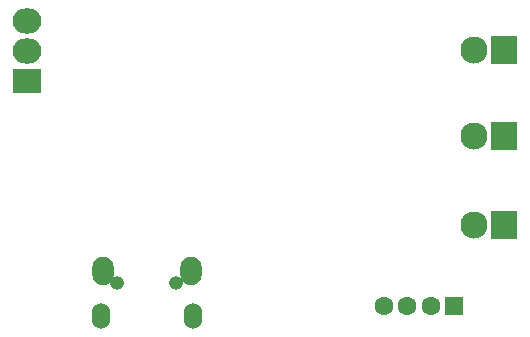
<source format=gbs>
G04 #@! TF.GenerationSoftware,KiCad,Pcbnew,(5.1.5)-3*
G04 #@! TF.CreationDate,2020-03-31T22:24:07+09:00*
G04 #@! TF.ProjectId,irController,6972436f-6e74-4726-9f6c-6c65722e6b69,rev?*
G04 #@! TF.SameCoordinates,Original*
G04 #@! TF.FileFunction,Soldermask,Bot*
G04 #@! TF.FilePolarity,Negative*
%FSLAX46Y46*%
G04 Gerber Fmt 4.6, Leading zero omitted, Abs format (unit mm)*
G04 Created by KiCad (PCBNEW (5.1.5)-3) date 2020-03-31 22:24:07*
%MOMM*%
%LPD*%
G04 APERTURE LIST*
%ADD10R,1.600000X1.600000*%
%ADD11C,1.600000*%
%ADD12C,2.300000*%
%ADD13R,2.300000X2.400000*%
%ADD14R,2.432000X2.127200*%
%ADD15O,2.432000X2.127200*%
%ADD16O,1.850000X2.400000*%
%ADD17O,1.550000X2.200000*%
%ADD18O,1.200000X1.200000*%
G04 APERTURE END LIST*
D10*
X169545000Y-100330000D03*
D11*
X167545000Y-100330000D03*
X165545000Y-100330000D03*
X163545000Y-100330000D03*
D12*
X171190000Y-93472000D03*
D13*
X173730000Y-93472000D03*
D12*
X171190000Y-78681580D03*
D13*
X173730000Y-78681580D03*
D12*
X171190000Y-86000000D03*
D13*
X173730000Y-86000000D03*
D14*
X133350000Y-81280000D03*
D15*
X133350000Y-78740000D03*
X133350000Y-76200000D03*
D16*
X139775000Y-97400000D03*
X147225000Y-97400000D03*
D17*
X139625000Y-101200000D03*
X147375000Y-101200000D03*
D18*
X141000000Y-98450000D03*
X146000000Y-98450000D03*
M02*

</source>
